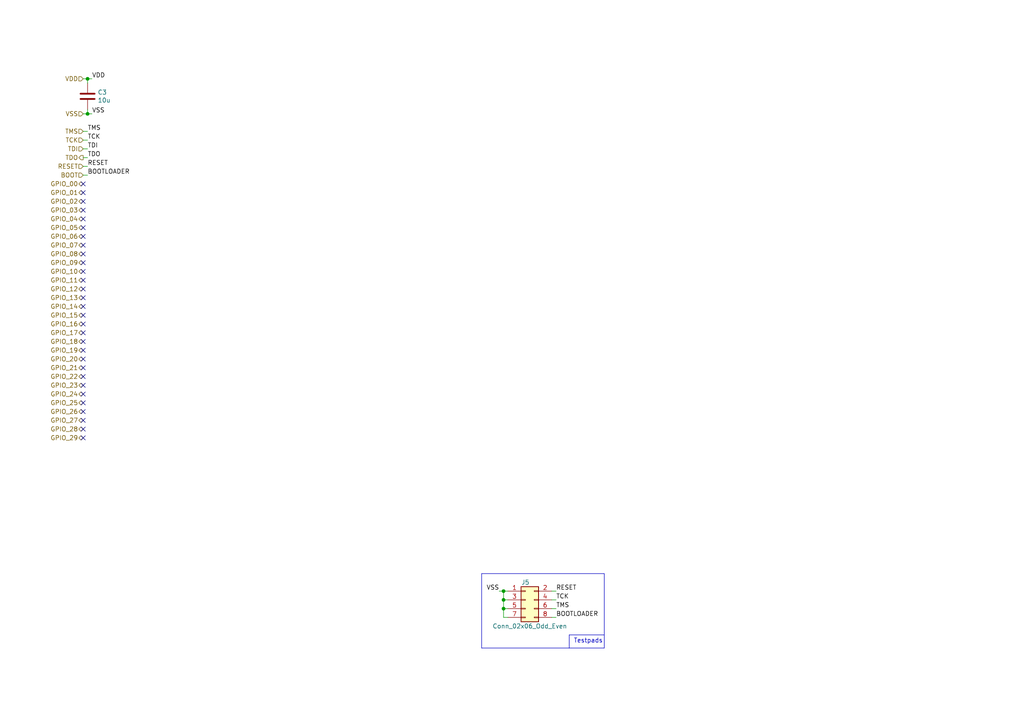
<source format=kicad_sch>
(kicad_sch (version 20230121) (generator eeschema)
  (paper "A4")
  (lib_symbols
    (symbol "Connector_Generic:Conn_02x04_Odd_Even" (pin_names (offset 1.016) hide)
      (property "Reference" "J" (at 1.27 5.08 0))
      (property "Value" "Conn_02x04_Odd_Even" (at 1.27 -7.62 0))
      (symbol "Conn_02x04_Odd_Even_1_1"
        (rectangle (start -1.27 -4.953) (end 0 -5.207) (stroke (width 0.1524)))
        (rectangle (start -1.27 -2.413) (end 0 -2.667) (stroke (width 0.1524)))
        (rectangle (start -1.27 0.127) (end 0 -0.127) (stroke (width 0.1524)))
        (rectangle (start -1.27 2.667) (end 0 2.413) (stroke (width 0.1524)))
        (rectangle (start -1.27 3.81) (end 3.81 -6.35) (stroke (width 0.254)) (fill (type background)))
        (rectangle (start 3.81 -4.953) (end 2.54 -5.207) (stroke (width 0.1524)))
        (rectangle (start 3.81 -2.413) (end 2.54 -2.667) (stroke (width 0.1524)))
        (rectangle (start 3.81 0.127) (end 2.54 -0.127) (stroke (width 0.1524)))
        (rectangle (start 3.81 2.667) (end 2.54 2.413) (stroke (width 0.1524)))
        (pin passive line (at -5.08 2.54 0) (length 3.81) (name "Pin_1") (number "1"))
        (pin passive line (at 7.62 2.54 180) (length 3.81) (name "Pin_2") (number "2"))
        (pin passive line (at -5.08 0 0) (length 3.81) (name "Pin_3") (number "3"))
        (pin passive line (at 7.62 0 180) (length 3.81) (name "Pin_4") (number "4"))
        (pin passive line (at -5.08 -2.54 0) (length 3.81) (name "Pin_5") (number "5"))
        (pin passive line (at 7.62 -2.54 180) (length 3.81) (name "Pin_6") (number "6"))
        (pin passive line (at -5.08 -5.08 0) (length 3.81) (name "Pin_7") (number "7"))
        (pin passive line (at 7.62 -5.08 180) (length 3.81) (name "Pin_8") (number "8"))
      )
    )
    (symbol "Device:C" (pin_numbers hide) (pin_names (offset 0.254))
      (property "Reference" "C" (at 0.635 2.54 0))
      (property "Value" "C" (at 0.635 -2.54 0))
      (symbol "C_0_1"
        (polyline (pts (xy -2.032 -0.762) (xy 2.032 -0.762)) (stroke (width 0.508)))
        (polyline (pts (xy -2.032 0.762) (xy 2.032 0.762)) (stroke (width 0.508)))
      )
      (symbol "C_1_1"
        (pin passive line (at 0 3.81 270) (length 2.794) (name "~") (number "1"))
        (pin passive line (at 0 -3.81 90) (length 2.794) (name "~") (number "2"))
      )
    )
  )
  (junction (at 146.05 171.45))
  (junction (at 146.05 173.99))
  (junction (at 146.05 176.53))
  (junction (at 25.4 33.02))
  (junction (at 25.4 22.86))
  (no_connect (at 24.13 93.98))
  (no_connect (at 24.13 99.06))
  (no_connect (at 24.13 58.42))
  (no_connect (at 24.13 86.36))
  (no_connect (at 24.13 106.68))
  (no_connect (at 24.13 114.3))
  (no_connect (at 24.13 101.6))
  (no_connect (at 24.13 88.9))
  (no_connect (at 24.13 66.04))
  (no_connect (at 24.13 116.84))
  (no_connect (at 24.13 96.52))
  (no_connect (at 24.13 83.82))
  (no_connect (at 24.13 76.2))
  (no_connect (at 24.13 78.74))
  (no_connect (at 24.13 55.88))
  (no_connect (at 24.13 104.14))
  (no_connect (at 24.13 119.38))
  (no_connect (at 24.13 111.76))
  (no_connect (at 24.13 124.46))
  (no_connect (at 24.13 68.58))
  (no_connect (at 24.13 121.92))
  (no_connect (at 24.13 81.28))
  (no_connect (at 24.13 127))
  (no_connect (at 24.13 63.5))
  (no_connect (at 24.13 71.12))
  (no_connect (at 24.13 53.34))
  (no_connect (at 24.13 60.96))
  (no_connect (at 24.13 91.44))
  (no_connect (at 24.13 73.66))
  (no_connect (at 24.13 109.22))
  (wire (pts (xy 24.13 50.8) (xy 25.4 50.8)))
  (wire (pts (xy 146.05 171.45) (xy 147.32 171.45)))
  (polyline (pts (xy 175.26 186.69) (xy 175.26 187.96)))
  (wire (pts (xy 160.02 171.45) (xy 161.29 171.45)))
  (polyline (pts (xy 139.7 187.96) (xy 175.26 187.96)))
  (wire (pts (xy 25.4 33.02) (xy 25.4 31.75)))
  (wire (pts (xy 24.13 38.1) (xy 25.4 38.1)))
  (wire (pts (xy 24.13 33.02) (xy 25.4 33.02)))
  (wire (pts (xy 146.05 176.53) (xy 146.05 179.07)))
  (polyline (pts (xy 175.26 166.37) (xy 139.7 166.37)))
  (wire (pts (xy 26.67 22.86) (xy 25.4 22.86)))
  (polyline (pts (xy 139.7 166.37) (xy 139.7 187.96)))
  (wire (pts (xy 160.02 179.07) (xy 161.29 179.07)))
  (wire (pts (xy 146.05 173.99) (xy 146.05 176.53)))
  (polyline (pts (xy 175.26 184.15) (xy 165.1 184.15)))
  (wire (pts (xy 25.4 45.72) (xy 24.13 45.72)))
  (wire (pts (xy 25.4 22.86) (xy 25.4 24.13)))
  (wire (pts (xy 26.67 33.02) (xy 25.4 33.02)))
  (wire (pts (xy 160.02 176.53) (xy 161.29 176.53)))
  (polyline (pts (xy 175.26 186.69) (xy 175.26 166.37)))
  (wire (pts (xy 25.4 40.64) (xy 24.13 40.64)))
  (wire (pts (xy 144.78 171.45) (xy 146.05 171.45)))
  (wire (pts (xy 160.02 173.99) (xy 161.29 173.99)))
  (wire (pts (xy 24.13 48.26) (xy 25.4 48.26)))
  (wire (pts (xy 24.13 43.18) (xy 25.4 43.18)))
  (wire (pts (xy 146.05 173.99) (xy 147.32 173.99)))
  (wire (pts (xy 146.05 176.53) (xy 147.32 176.53)))
  (wire (pts (xy 146.05 171.45) (xy 146.05 173.99)))
  (wire (pts (xy 24.13 22.86) (xy 25.4 22.86)))
  (polyline (pts (xy 165.1 184.15) (xy 165.1 187.96)))
  (wire (pts (xy 146.05 179.07) (xy 147.32 179.07)))
  (text "Testpads" (at 166.37 186.69 0) (effects (font (size 1.27 1.27)) (justify left bottom)))
  (label "BOOTLOADER" (at 25.4 50.8 0))
  (label "VDD" (at 26.67 22.86 0))
  (label "BOOTLOADER" (at 161.29 179.07 0))
  (label "TCK" (at 161.29 173.99 0))
  (label "VSS" (at 26.67 33.02 0))
  (label "TMS" (at 161.29 176.53 0))
  (label "VSS" (at 144.78 171.45 180))
  (label "RESET" (at 25.4 48.26 0))
  (label "TCK" (at 25.4 40.64 0))
  (label "TDO" (at 25.4 45.72 0))
  (label "TMS" (at 25.4 38.1 0))
  (label "TDI" (at 25.4 43.18 0))
  (label "RESET" (at 161.29 171.45 0))
  (hierarchical_label "GPIO_16" (shape bidirectional) (at 24.13 93.98 180))
  (hierarchical_label "GPIO_17" (shape bidirectional) (at 24.13 96.52 180))
  (hierarchical_label "GPIO_20" (shape bidirectional) (at 24.13 104.14 180))
  (hierarchical_label "GPIO_18" (shape bidirectional) (at 24.13 99.06 180))
  (hierarchical_label "GPIO_02" (shape bidirectional) (at 24.13 58.42 180))
  (hierarchical_label "GPIO_01" (shape bidirectional) (at 24.13 55.88 180))
  (hierarchical_label "GPIO_12" (shape bidirectional) (at 24.13 83.82 180))
  (hierarchical_label "TCK" (shape input) (at 24.13 40.64 180))
  (hierarchical_label "GPIO_24" (shape bidirectional) (at 24.13 114.3 180))
  (hierarchical_label "TDO" (shape output) (at 24.13 45.72 180))
  (hierarchical_label "GPIO_10" (shape bidirectional) (at 24.13 78.74 180))
  (hierarchical_label "GPIO_05" (shape bidirectional) (at 24.13 66.04 180))
  (hierarchical_label "GPIO_00" (shape bidirectional) (at 24.13 53.34 180))
  (hierarchical_label "RESET" (shape input) (at 24.13 48.26 180))
  (hierarchical_label "GPIO_23" (shape bidirectional) (at 24.13 111.76 180))
  (hierarchical_label "GPIO_09" (shape bidirectional) (at 24.13 76.2 180))
  (hierarchical_label "GPIO_13" (shape bidirectional) (at 24.13 86.36 180))
  (hierarchical_label "TMS" (shape input) (at 24.13 38.1 180))
  (hierarchical_label "GPIO_11" (shape bidirectional) (at 24.13 81.28 180))
  (hierarchical_label "TDI" (shape input) (at 24.13 43.18 180))
  (hierarchical_label "GPIO_04" (shape bidirectional) (at 24.13 63.5 180))
  (hierarchical_label "GPIO_15" (shape bidirectional) (at 24.13 91.44 180))
  (hierarchical_label "BOOT" (shape input) (at 24.13 50.8 180))
  (hierarchical_label "GPIO_14" (shape bidirectional) (at 24.13 88.9 180))
  (hierarchical_label "VDD" (shape input) (at 24.13 22.86 180))
  (hierarchical_label "GPIO_21" (shape bidirectional) (at 24.13 106.68 180))
  (hierarchical_label "GPIO_28" (shape bidirectional) (at 24.13 124.46 180))
  (hierarchical_label "GPIO_07" (shape bidirectional) (at 24.13 71.12 180))
  (hierarchical_label "GPIO_08" (shape bidirectional) (at 24.13 73.66 180))
  (hierarchical_label "GPIO_25" (shape bidirectional) (at 24.13 116.84 180))
  (hierarchical_label "GPIO_03" (shape bidirectional) (at 24.13 60.96 180))
  (hierarchical_label "GPIO_22" (shape bidirectional) (at 24.13 109.22 180))
  (hierarchical_label "VSS" (shape input) (at 24.13 33.02 180))
  (hierarchical_label "GPIO_29" (shape bidirectional) (at 24.13 127 180))
  (hierarchical_label "GPIO_26" (shape bidirectional) (at 24.13 119.38 180))
  (hierarchical_label "GPIO_19" (shape bidirectional) (at 24.13 101.6 180))
  (hierarchical_label "GPIO_06" (shape bidirectional) (at 24.13 68.58 180))
  (hierarchical_label "GPIO_27" (shape bidirectional) (at 24.13 121.92 180))
  (symbol (lib_id "Device:C") (at 25.4 27.94 0) (unit 1)
    (property "Reference" "C3" (at 28.321 26.7716 0) (effects (justify left)))
    (property "Value" "10u" (at 28.321 29.083 0) (effects (justify left)))
    (property "Footprint" "SquantorRcl:C_0603" (effects hide))
  )
  (symbol (lib_id "Connector_Generic:Conn_02x04_Odd_Even") (at 152.4 173.99 0) (unit 1)
    (property "Reference" "J5" (at 152.4 168.91 0))
    (property "Value" "Conn_02x06_Odd_Even" (at 153.67 181.61 0))
    (property "Footprint" "SquantorConnectors:Header-0127-2X04-H006" (effects hide))
  )
)
</source>
